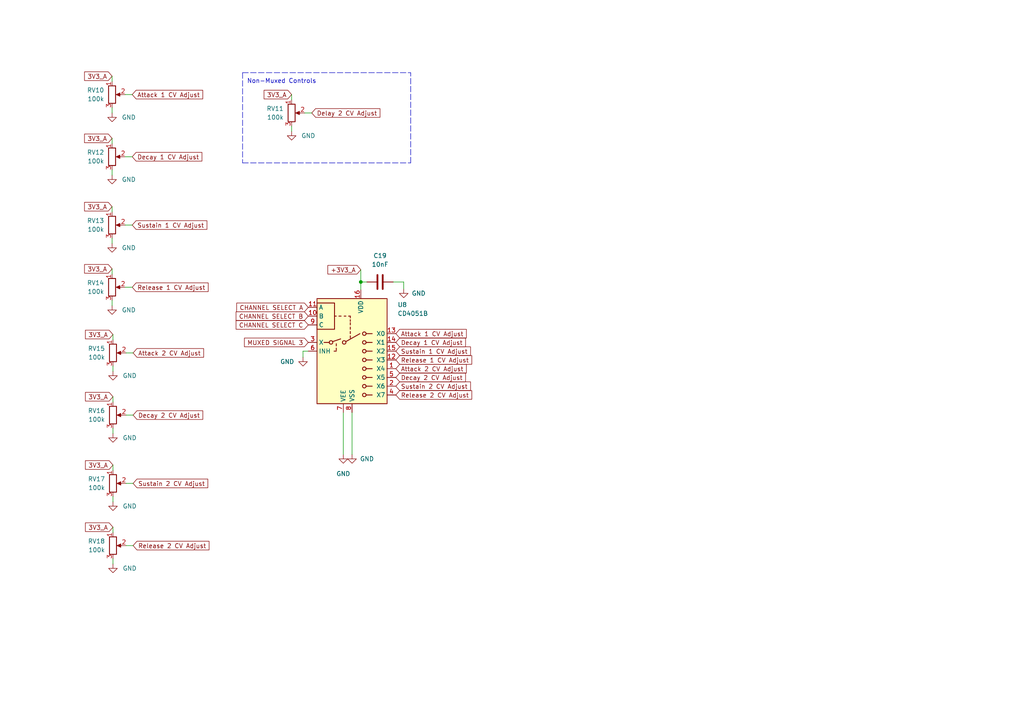
<source format=kicad_sch>
(kicad_sch (version 20211123) (generator eeschema)
  (paper "A4")
  (lib_symbols
    (symbol "Analog_Switch:CD4051B"
      (property "Reference" "U" (at -10.16 16.51 0))
      (property "Value" "CD4051B" (at 3.81 16.51 0))
      (symbol "CD4051B_0_1"
        (rectangle (start -10.16 6.35) (end -5.08 13.97) (stroke (width 0.254)))
        (rectangle (start -10.16 15.24) (end 10.16 -15.24) (stroke (width 0.254)) (fill (type background)))
        (circle (center -6.096 2.54) (radius 0.508) (stroke (width 0.254)))
        (circle (center -2.286 2.54) (radius 0.508) (stroke (width 0.254)))
        (polyline (pts (xy -8.128 2.54) (xy -6.604 2.54)) (stroke (width 0.254)))
        (polyline (pts (xy -5.588 2.794) (xy -3.302 3.556)) (stroke (width 0.254)))
        (polyline (pts (xy -4.572 0) (xy -5.207 0)) (stroke (width 0.254)))
        (polyline (pts (xy -4.572 0.254) (xy -4.572 0.889)) (stroke (width 0.254)))
        (polyline (pts (xy -4.572 1.524) (xy -4.572 2.159)) (stroke (width 0.254)))
        (polyline (pts (xy -4.572 10.16) (xy -5.08 10.16)) (stroke (width 0.254)))
        (polyline (pts (xy -3.81 10.16) (xy -3.175 10.16)) (stroke (width 0.254)))
        (polyline (pts (xy -1.778 2.794) (xy 2.286 5.08)) (stroke (width 0.254)))
        (polyline (pts (xy -1.778 10.16) (xy -2.286 10.16)) (stroke (width 0.254)))
        (polyline (pts (xy -0.508 3.81) (xy -0.508 4.445)) (stroke (width 0.254)))
        (polyline (pts (xy -0.508 5.08) (xy -0.508 5.715)) (stroke (width 0.254)))
        (polyline (pts (xy -0.508 6.35) (xy -0.508 6.985)) (stroke (width 0.254)))
        (polyline (pts (xy -0.508 7.62) (xy -0.508 8.255)) (stroke (width 0.254)))
        (polyline (pts (xy -0.508 8.636) (xy -0.508 9.144)) (stroke (width 0.254)))
        (polyline (pts (xy -0.508 9.652) (xy -0.508 10.16)) (stroke (width 0.254)))
        (polyline (pts (xy -0.508 10.16) (xy -1.016 10.16)) (stroke (width 0.254)))
        (polyline (pts (xy 4.064 -12.7) (xy 5.842 -12.7)) (stroke (width 0.254)))
        (polyline (pts (xy 4.064 -10.16) (xy 5.842 -10.16)) (stroke (width 0.254)))
        (polyline (pts (xy 4.064 -7.62) (xy 5.842 -7.62)) (stroke (width 0.254)))
        (polyline (pts (xy 4.064 -5.08) (xy 5.842 -5.08)) (stroke (width 0.254)))
        (polyline (pts (xy 4.064 -2.54) (xy 5.842 -2.54)) (stroke (width 0.254)))
        (polyline (pts (xy 4.064 0) (xy 5.842 0)) (stroke (width 0.254)))
        (polyline (pts (xy 4.064 2.54) (xy 5.842 2.54)) (stroke (width 0.254)))
        (polyline (pts (xy 4.064 5.08) (xy 5.842 5.08)) (stroke (width 0.254)))
        (circle (center 3.556 -12.7) (radius 0.508) (stroke (width 0.254)))
        (circle (center 3.556 -10.16) (radius 0.508) (stroke (width 0.254)))
        (circle (center 3.556 -7.62) (radius 0.508) (stroke (width 0.254)))
        (circle (center 3.556 -5.08) (radius 0.508) (stroke (width 0.254)))
        (circle (center 3.556 -2.54) (radius 0.508) (stroke (width 0.254)))
        (circle (center 3.556 0) (radius 0.508) (stroke (width 0.254)))
        (circle (center 3.556 2.54) (radius 0.508) (stroke (width 0.254)))
        (circle (center 3.556 5.08) (radius 0.508) (stroke (width 0.254)))
      )
      (symbol "CD4051B_1_1"
        (pin bidirectional line (at 12.7 -5.08 180) (length 2.54) (name "X4") (number "1"))
        (pin input line (at -12.7 10.16 0) (length 2.54) (name "B") (number "10"))
        (pin input line (at -12.7 12.7 0) (length 2.54) (name "A") (number "11"))
        (pin bidirectional line (at 12.7 -2.54 180) (length 2.54) (name "X3") (number "12"))
        (pin bidirectional line (at 12.7 5.08 180) (length 2.54) (name "X0") (number "13"))
        (pin bidirectional line (at 12.7 2.54 180) (length 2.54) (name "X1") (number "14"))
        (pin bidirectional line (at 12.7 0 180) (length 2.54) (name "X2") (number "15"))
        (pin power_in line (at 2.54 17.78 270) (length 2.54) (name "VDD") (number "16"))
        (pin bidirectional line (at 12.7 -10.16 180) (length 2.54) (name "X6") (number "2"))
        (pin bidirectional line (at -12.7 2.54 0) (length 2.54) (name "X") (number "3"))
        (pin bidirectional line (at 12.7 -12.7 180) (length 2.54) (name "X7") (number "4"))
        (pin bidirectional line (at 12.7 -7.62 180) (length 2.54) (name "X5") (number "5"))
        (pin input line (at -12.7 0 0) (length 2.54) (name "INH") (number "6"))
        (pin power_in line (at -2.54 -17.78 90) (length 2.54) (name "VEE") (number "7"))
        (pin power_in line (at 0 -17.78 90) (length 2.54) (name "VSS") (number "8"))
        (pin input line (at -12.7 7.62 0) (length 2.54) (name "C") (number "9"))
      )
    )
    (symbol "Device:C" (pin_numbers hide) (pin_names (offset 0.254))
      (property "Reference" "C" (at 0.635 2.54 0))
      (property "Value" "C" (at 0.635 -2.54 0))
      (symbol "C_0_1"
        (polyline (pts (xy -2.032 -0.762) (xy 2.032 -0.762)) (stroke (width 0.508)))
        (polyline (pts (xy -2.032 0.762) (xy 2.032 0.762)) (stroke (width 0.508)))
      )
      (symbol "C_1_1"
        (pin passive line (at 0 3.81 270) (length 2.794) (name "~") (number "1"))
        (pin passive line (at 0 -3.81 90) (length 2.794) (name "~") (number "2"))
      )
    )
    (symbol "Device:R_Potentiometer" (pin_names (offset 1.016) hide)
      (property "Reference" "RV" (at -4.445 0 90))
      (property "Value" "R_Potentiometer" (at -2.54 0 90))
      (symbol "R_Potentiometer_0_1"
        (polyline (pts (xy 2.54 0) (xy 1.524 0)))
        (polyline (pts (xy 1.143 0) (xy 2.286 0.508) (xy 2.286 -0.508) (xy 1.143 0)) (fill (type outline)))
        (rectangle (start 1.016 2.54) (end -1.016 -2.54) (stroke (width 0.254)))
      )
      (symbol "R_Potentiometer_1_1"
        (pin passive line (at 0 3.81 270) (length 1.27) (name "1") (number "1"))
        (pin passive line (at 3.81 0 180) (length 1.27) (name "2") (number "2"))
        (pin passive line (at 0 -3.81 90) (length 1.27) (name "3") (number "3"))
      )
    )
    (symbol "power:GND" (power) (pin_names (offset 0))
      (property "Value" "GND" (at 0 -3.81 0))
      (symbol "GND_0_1"
        (polyline (pts (xy 0 0) (xy 0 -1.27) (xy 1.27 -1.27) (xy 0 -2.54) (xy -1.27 -1.27) (xy 0 -1.27)))
      )
      (symbol "GND_1_1"
        (pin power_in line (at 0 0 270) (length 0) hide (name "GND") (number "1"))
      )
    )
  )
  (junction (at 104.648 81.788))
  (wire (pts (xy 117.094 81.788) (xy 114.046 81.788)))
  (wire (pts (xy 104.648 78.232) (xy 104.648 81.788)))
  (wire (pts (xy 32.512 22.098) (xy 32.512 23.622)))
  (wire (pts (xy 104.648 81.788) (xy 106.426 81.788)))
  (wire (pts (xy 84.582 27.432) (xy 84.582 28.956)))
  (wire (pts (xy 36.576 158.242) (xy 38.608 158.242)))
  (wire (pts (xy 32.512 31.242) (xy 32.512 32.766)))
  (wire (pts (xy 32.512 77.978) (xy 32.512 79.502)))
  (wire (pts (xy 36.322 83.312) (xy 38.354 83.312)))
  (polyline (pts (xy 70.358 21.082) (xy 70.358 47.244)))
  (wire (pts (xy 32.766 134.874) (xy 32.766 136.398)))
  (wire (pts (xy 84.582 36.576) (xy 84.582 38.1)))
  (wire (pts (xy 99.568 119.634) (xy 99.568 131.826)))
  (wire (pts (xy 32.766 144.018) (xy 32.766 145.542)))
  (wire (pts (xy 88.392 32.766) (xy 90.424 32.766)))
  (wire (pts (xy 32.512 59.944) (xy 32.512 61.468)))
  (wire (pts (xy 32.766 152.908) (xy 32.766 154.432)))
  (wire (pts (xy 32.766 115.062) (xy 32.766 116.586)))
  (wire (pts (xy 36.576 120.396) (xy 38.608 120.396)))
  (wire (pts (xy 32.766 124.206) (xy 32.766 125.73)))
  (wire (pts (xy 32.766 106.172) (xy 32.766 107.696)))
  (wire (pts (xy 87.884 101.854) (xy 89.408 101.854)))
  (wire (pts (xy 104.648 81.788) (xy 104.648 84.074)))
  (polyline (pts (xy 70.358 21.082) (xy 119.126 21.082)))
  (wire (pts (xy 87.884 103.632) (xy 87.884 101.854)))
  (wire (pts (xy 36.576 140.208) (xy 38.608 140.208)))
  (wire (pts (xy 32.512 49.276) (xy 32.512 50.8)))
  (wire (pts (xy 36.322 27.432) (xy 38.354 27.432)))
  (wire (pts (xy 36.322 65.278) (xy 38.354 65.278)))
  (wire (pts (xy 102.108 119.634) (xy 102.108 131.826)))
  (wire (pts (xy 36.322 45.466) (xy 38.354 45.466)))
  (wire (pts (xy 117.094 83.82) (xy 117.094 81.788)))
  (wire (pts (xy 32.766 162.052) (xy 32.766 163.576)))
  (polyline (pts (xy 70.358 47.244) (xy 119.126 47.244)))
  (polyline (pts (xy 119.126 47.244) (xy 119.126 21.082)))
  (wire (pts (xy 32.766 97.028) (xy 32.766 98.552)))
  (wire (pts (xy 32.512 69.088) (xy 32.512 70.612)))
  (wire (pts (xy 36.576 102.362) (xy 38.608 102.362)))
  (wire (pts (xy 32.512 40.132) (xy 32.512 41.656)))
  (wire (pts (xy 32.512 87.122) (xy 32.512 88.646)))
  (text "Non-Muxed Controls" (at 71.628 24.384 0) (effects (font (size 1.27 1.27)) (justify left bottom)))
  (global_label "3V3_A" (shape input) (at 32.766 152.908 180) (property "Intersheet References" "${INTERSHEET_REFS}" (effects hide)))
  (global_label "MUXED SIGNAL 3" (shape input) (at 89.408 99.314 180) (property "Intersheet References" "${INTERSHEET_REFS}" (effects hide)))
  (global_label "+3V3_A" (shape input) (at 104.648 78.232 180) (property "Intersheet References" "${INTERSHEET_REFS}" (effects hide)))
  (global_label "Decay 2 CV Adjust" (shape input) (at 38.608 120.396 0) (property "Intersheet References" "${INTERSHEET_REFS}" (effects hide)))
  (global_label "Decay 1 CV Adjust" (shape input) (at 114.808 99.314 0) (property "Intersheet References" "${INTERSHEET_REFS}" (effects hide)))
  (global_label "3V3_A" (shape input) (at 32.766 97.028 180) (property "Intersheet References" "${INTERSHEET_REFS}" (effects hide)))
  (global_label "Attack 1 CV Adjust" (shape input) (at 38.354 27.432 0) (property "Intersheet References" "${INTERSHEET_REFS}" (effects hide)))
  (global_label "Sustain 2 CV Adjust" (shape input) (at 114.808 112.014 0) (property "Intersheet References" "${INTERSHEET_REFS}" (effects hide)))
  (global_label "Release 2 CV Adjust" (shape input) (at 38.608 158.242 0) (property "Intersheet References" "${INTERSHEET_REFS}" (effects hide)))
  (global_label "Attack 2 CV Adjust" (shape input) (at 114.808 106.934 0) (property "Intersheet References" "${INTERSHEET_REFS}" (effects hide)))
  (global_label "Attack 2 CV Adjust" (shape input) (at 38.608 102.362 0) (property "Intersheet References" "${INTERSHEET_REFS}" (effects hide)))
  (global_label "Release 2 CV Adjust" (shape input) (at 114.808 114.554 0) (property "Intersheet References" "${INTERSHEET_REFS}" (effects hide)))
  (global_label "3V3_A" (shape input) (at 32.512 77.978 180) (property "Intersheet References" "${INTERSHEET_REFS}" (effects hide)))
  (global_label "Release 1 CV Adjust" (shape input) (at 38.354 83.312 0) (property "Intersheet References" "${INTERSHEET_REFS}" (effects hide)))
  (global_label "Sustain 1 CV Adjust" (shape input) (at 38.354 65.278 0) (property "Intersheet References" "${INTERSHEET_REFS}" (effects hide)))
  (global_label "CHANNEL SELECT C" (shape input) (at 89.408 94.234 180) (property "Intersheet References" "${INTERSHEET_REFS}" (effects hide)))
  (global_label "Release 1 CV Adjust" (shape input) (at 114.808 104.394 0) (property "Intersheet References" "${INTERSHEET_REFS}" (effects hide)))
  (global_label "3V3_A" (shape input) (at 32.766 115.062 180) (property "Intersheet References" "${INTERSHEET_REFS}" (effects hide)))
  (global_label "Sustain 2 CV Adjust" (shape input) (at 38.608 140.208 0) (property "Intersheet References" "${INTERSHEET_REFS}" (effects hide)))
  (global_label "CHANNEL SELECT A" (shape input) (at 89.408 89.154 180) (property "Intersheet References" "${INTERSHEET_REFS}" (effects hide)))
  (global_label "Delay 2 CV Adjust" (shape input) (at 90.424 32.766 0) (property "Intersheet References" "${INTERSHEET_REFS}" (effects hide)))
  (global_label "Decay 1 CV Adjust" (shape input) (at 38.354 45.466 0) (property "Intersheet References" "${INTERSHEET_REFS}" (effects hide)))
  (global_label "CHANNEL SELECT B" (shape input) (at 89.408 91.694 180) (property "Intersheet References" "${INTERSHEET_REFS}" (effects hide)))
  (global_label "3V3_A" (shape input) (at 84.582 27.432 180) (property "Intersheet References" "${INTERSHEET_REFS}" (effects hide)))
  (global_label "3V3_A" (shape input) (at 32.512 40.132 180) (property "Intersheet References" "${INTERSHEET_REFS}" (effects hide)))
  (global_label "3V3_A" (shape input) (at 32.766 134.874 180) (property "Intersheet References" "${INTERSHEET_REFS}" (effects hide)))
  (global_label "Attack 1 CV Adjust" (shape input) (at 114.808 96.774 0) (property "Intersheet References" "${INTERSHEET_REFS}" (effects hide)))
  (global_label "3V3_A" (shape input) (at 32.512 59.944 180) (property "Intersheet References" "${INTERSHEET_REFS}" (effects hide)))
  (global_label "Sustain 1 CV Adjust" (shape input) (at 114.808 101.854 0) (property "Intersheet References" "${INTERSHEET_REFS}" (effects hide)))
  (global_label "3V3_A" (shape input) (at 32.512 22.098 180) (property "Intersheet References" "${INTERSHEET_REFS}" (effects hide)))
  (global_label "Decay 2 CV Adjust" (shape input) (at 114.808 109.474 0) (property "Intersheet References" "${INTERSHEET_REFS}" (effects hide)))
  (symbol (lib_id "Device:R_Potentiometer") (at 32.512 65.278 0) (unit 1)
    (property "Reference" "RV13" (at 30.226 64.0079 0) (effects (justify right)))
    (property "Value" "100k" (at 30.226 66.5479 0) (effects (justify right)))
    (property "Footprint" "Potentiometer_THT:Potentiometer_Alpha_RD901F-40-00D_Single_Vertical" (effects hide))
  )
  (symbol (lib_id "power:GND") (at 32.766 145.542 0) (unit 1)
    (property "Reference" "#PWR065" (effects hide))
    (property "Value" "GND" (at 35.56 146.8119 0) (effects (justify left)))
  )
  (symbol (lib_id "Device:R_Potentiometer") (at 32.512 45.466 0) (unit 1)
    (property "Reference" "RV12" (at 30.226 44.1959 0) (effects (justify right)))
    (property "Value" "100k" (at 30.226 46.7359 0) (effects (justify right)))
    (property "Footprint" "Potentiometer_THT:Potentiometer_Alpha_RD901F-40-00D_Single_Vertical" (effects hide))
  )
  (symbol (lib_id "power:GND") (at 32.512 70.612 0) (unit 1)
    (property "Reference" "#PWR057" (effects hide))
    (property "Value" "GND" (at 35.306 71.8819 0) (effects (justify left)))
  )
  (symbol (lib_id "power:GND") (at 32.512 50.8 0) (unit 1)
    (property "Reference" "#PWR056" (effects hide))
    (property "Value" "GND" (at 35.306 52.0699 0) (effects (justify left)))
  )
  (symbol (lib_id "power:GND") (at 87.884 103.632 0) (unit 1)
    (property "Reference" "#PWR060" (effects hide))
    (property "Value" "GND" (at 85.344 104.9019 0) (effects (justify right)))
  )
  (symbol (lib_id "Device:R_Potentiometer") (at 32.512 27.432 0) (unit 1)
    (property "Reference" "RV10" (at 30.226 26.1619 0) (effects (justify right)))
    (property "Value" "100k" (at 30.226 28.7019 0) (effects (justify right)))
    (property "Footprint" "Potentiometer_THT:Potentiometer_Alpha_RD901F-40-00D_Single_Vertical" (effects hide))
  )
  (symbol (lib_id "power:GND") (at 32.766 125.73 0) (unit 1)
    (property "Reference" "#PWR062" (effects hide))
    (property "Value" "GND" (at 35.56 126.9999 0) (effects (justify left)))
  )
  (symbol (lib_id "power:GND") (at 117.094 83.82 0) (unit 1)
    (property "Reference" "#PWR058" (effects hide))
    (property "Value" "GND" (at 119.38 85.0899 0) (effects (justify left)))
  )
  (symbol (lib_id "power:GND") (at 102.108 131.826 0) (unit 1)
    (property "Reference" "#PWR064" (effects hide))
    (property "Value" "GND" (at 104.394 133.0959 0) (effects (justify left)))
  )
  (symbol (lib_id "power:GND") (at 32.766 163.576 0) (unit 1)
    (property "Reference" "#PWR066" (effects hide))
    (property "Value" "GND" (at 35.56 164.8459 0) (effects (justify left)))
  )
  (symbol (lib_id "Analog_Switch:CD4051B") (at 102.108 101.854 0) (unit 1)
    (property "Reference" "U8" (at 115.3034 88.392 0) (effects (justify left)))
    (property "Value" "CD4051B" (at 115.3034 90.932 0) (effects (justify left)))
    (property "Footprint" "Package_SO:SOIC-16_3.9x9.9mm_P1.27mm" (effects hide))
    (property "Datasheet" "http://www.ti.com/lit/ds/symlink/cd4052b.pdf" (effects hide))
  )
  (symbol (lib_id "power:GND") (at 32.512 88.646 0) (unit 1)
    (property "Reference" "#PWR059" (effects hide))
    (property "Value" "GND" (at 35.306 89.9159 0) (effects (justify left)))
  )
  (symbol (lib_id "Device:R_Potentiometer") (at 32.512 83.312 0) (unit 1)
    (property "Reference" "RV14" (at 30.226 82.0419 0) (effects (justify right)))
    (property "Value" "100k" (at 30.226 84.5819 0) (effects (justify right)))
    (property "Footprint" "Potentiometer_THT:Potentiometer_Alpha_RD901F-40-00D_Single_Vertical" (effects hide))
  )
  (symbol (lib_id "Device:R_Potentiometer") (at 32.766 102.362 0) (unit 1)
    (property "Reference" "RV15" (at 30.48 101.0919 0) (effects (justify right)))
    (property "Value" "100k" (at 30.48 103.6319 0) (effects (justify right)))
    (property "Footprint" "Potentiometer_THT:Potentiometer_Alpha_RD901F-40-00D_Single_Vertical" (effects hide))
  )
  (symbol (lib_id "Device:C") (at 110.236 81.788 90) (unit 1)
    (property "Reference" "C19" (at 110.236 74.168 90))
    (property "Value" "10nF" (at 110.236 76.708 90))
    (property "Footprint" "Capacitor_SMD:C_0805_2012Metric" (effects hide))
  )
  (symbol (lib_id "power:GND") (at 84.582 38.1 0) (unit 1)
    (property "Reference" "#PWR055" (effects hide))
    (property "Value" "GND" (at 87.376 39.3699 0) (effects (justify left)))
  )
  (symbol (lib_id "power:GND") (at 32.512 32.766 0) (unit 1)
    (property "Reference" "#PWR054" (effects hide))
    (property "Value" "GND" (at 35.306 34.0359 0) (effects (justify left)))
  )
  (symbol (lib_id "Device:R_Potentiometer") (at 32.766 140.208 0) (unit 1)
    (property "Reference" "RV17" (at 30.48 138.9379 0) (effects (justify right)))
    (property "Value" "100k" (at 30.48 141.4779 0) (effects (justify right)))
    (property "Footprint" "Potentiometer_THT:Potentiometer_Alpha_RD901F-40-00D_Single_Vertical" (effects hide))
  )
  (symbol (lib_id "Device:R_Potentiometer") (at 84.582 32.766 0) (unit 1)
    (property "Reference" "RV11" (at 82.296 31.4959 0) (effects (justify right)))
    (property "Value" "100k" (at 82.296 34.0359 0) (effects (justify right)))
    (property "Footprint" "Potentiometer_THT:Potentiometer_Alpha_RD901F-40-00D_Single_Vertical" (effects hide))
  )
  (symbol (lib_id "Device:R_Potentiometer") (at 32.766 120.396 0) (unit 1)
    (property "Reference" "RV16" (at 30.48 119.1259 0) (effects (justify right)))
    (property "Value" "100k" (at 30.48 121.6659 0) (effects (justify right)))
    (property "Footprint" "Potentiometer_THT:Potentiometer_Alpha_RD901F-40-00D_Single_Vertical" (effects hide))
  )
  (symbol (lib_id "Device:R_Potentiometer") (at 32.766 158.242 0) (unit 1)
    (property "Reference" "RV18" (at 30.48 156.9719 0) (effects (justify right)))
    (property "Value" "100k" (at 30.48 159.5119 0) (effects (justify right)))
    (property "Footprint" "Potentiometer_THT:Potentiometer_Alpha_RD901F-40-00D_Single_Vertical" (effects hide))
  )
  (symbol (lib_id "power:GND") (at 99.568 131.826 0) (unit 1)
    (property "Reference" "#PWR063" (effects hide))
    (property "Value" "GND" (at 99.568 137.414 0))
  )
  (symbol (lib_id "power:GND") (at 32.766 107.696 0) (unit 1)
    (property "Reference" "#PWR061" (effects hide))
    (property "Value" "GND" (at 35.56 108.9659 0) (effects (justify left)))
  )
)
</source>
